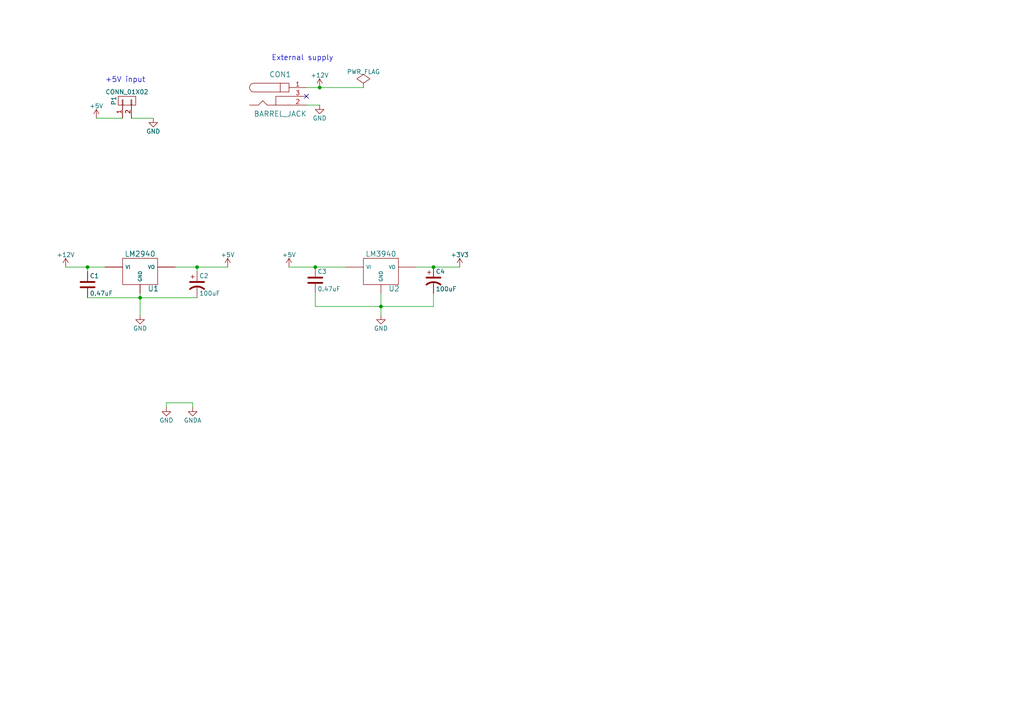
<source format=kicad_sch>
(kicad_sch (version 20230121) (generator eeschema)
  (paper "A4")
  (lib_symbols
    (symbol "i2cio-rescue:+12V" (power) (pin_names (offset 0))
      (property "Value" "+12V" (at 0 3.556 0))
      (symbol "+12V_0_1"
        (polyline (pts (xy -0.762 1.27) (xy 0 2.54)))
        (polyline (pts (xy 0 0) (xy 0 2.54)))
        (polyline (pts (xy 0 2.54) (xy 0.762 1.27)))
      )
      (symbol "+12V_1_1"
        (pin power_in line (at 0 0 90) (length 0) hide (name "+12V") (number "1"))
      )
    )
    (symbol "i2cio-rescue:+3.3V" (power) (pin_names (offset 0))
      (property "Value" "+3.3V" (at 0 3.556 0))
      (symbol "+3.3V_0_1"
        (polyline (pts (xy -0.762 1.27) (xy 0 2.54)))
        (polyline (pts (xy 0 0) (xy 0 2.54)))
        (polyline (pts (xy 0 2.54) (xy 0.762 1.27)))
      )
      (symbol "+3.3V_1_1"
        (pin power_in line (at 0 0 90) (length 0) hide (name "+3V3") (number "1"))
      )
    )
    (symbol "i2cio-rescue:+5V" (power) (pin_names (offset 0))
      (property "Value" "+5V" (at 0 3.556 0))
      (symbol "+5V_0_1"
        (polyline (pts (xy -0.762 1.27) (xy 0 2.54)))
        (polyline (pts (xy 0 0) (xy 0 2.54)))
        (polyline (pts (xy 0 2.54) (xy 0.762 1.27)))
      )
      (symbol "+5V_1_1"
        (pin power_in line (at 0 0 90) (length 0) hide (name "+5V") (number "1"))
      )
    )
    (symbol "i2cio-rescue:BARREL_JACK" (pin_names (offset 1.016))
      (property "Reference" "CON" (at 0 6.35 0))
      (property "Value" "BARREL_JACK" (at 0 -5.08 0))
      (symbol "BARREL_JACK_0_1"
        (arc (start -8.89 2.54) (mid -8.5271 1.6254) (end -7.62 1.27))
        (arc (start -7.62 3.81) (mid -8.5088 3.4366) (end -8.89 2.54))
        (polyline (pts (xy -7.62 1.27) (xy 0 1.27)))
        (polyline (pts (xy 0 3.81) (xy -7.62 3.81)))
        (polyline (pts (xy 2.54 0) (xy -1.27 0) (xy -1.27 -2.54)))
        (polyline (pts (xy 2.54 -2.54) (xy -3.81 -2.54) (xy -5.08 -1.27) (xy -6.35 -2.54) (xy -8.89 -2.54)))
        (rectangle (start 2.54 3.81) (end 0 1.27))
      )
      (symbol "BARREL_JACK_1_1"
        (pin passive line (at 7.62 2.54 180) (length 5.08) (name "~") (number "1"))
        (pin passive line (at 7.62 -2.54 180) (length 5.08) (name "~") (number "2"))
        (pin passive line (at 7.62 0 180) (length 5.08) (name "~") (number "3"))
      )
    )
    (symbol "i2cio-rescue:C" (pin_numbers hide) (pin_names (offset 0.254))
      (property "Reference" "C" (at 0.635 2.54 0))
      (property "Value" "C" (at 0.635 -2.54 0))
      (symbol "C_0_1"
        (polyline (pts (xy -2.032 -0.762) (xy 2.032 -0.762)) (stroke (width 0.508)))
        (polyline (pts (xy -2.032 0.762) (xy 2.032 0.762)) (stroke (width 0.508)))
      )
      (symbol "C_1_1"
        (pin passive line (at 0 3.81 270) (length 2.794) (name "~") (number "1"))
        (pin passive line (at 0 -3.81 90) (length 2.794) (name "~") (number "2"))
      )
    )
    (symbol "i2cio-rescue:CONN_01X02" (pin_names (offset 1.016) hide)
      (property "Reference" "P" (at 0 3.81 0))
      (property "Value" "CONN_01X02" (at 2.54 0 90))
      (symbol "CONN_01X02_0_1"
        (rectangle (start -1.27 -1.143) (end 0.254 -1.397))
        (rectangle (start -1.27 1.397) (end 0.254 1.143))
        (rectangle (start -1.27 2.54) (end 1.27 -2.54))
      )
      (symbol "CONN_01X02_1_1"
        (pin passive line (at -5.08 1.27 0) (length 3.81) (name "P1") (number "1"))
        (pin passive line (at -5.08 -1.27 0) (length 3.81) (name "P2") (number "2"))
      )
    )
    (symbol "i2cio-rescue:CP1" (pin_numbers hide) (pin_names (offset 0.254) hide)
      (property "Reference" "C" (at 0.635 2.54 0))
      (property "Value" "CP1" (at 0.635 -2.54 0))
      (symbol "CP1_0_1"
        (polyline (pts (xy -2.032 0.762) (xy 2.032 0.762)) (stroke (width 0.508)))
        (polyline (pts (xy -1.778 2.286) (xy -0.762 2.286)))
        (polyline (pts (xy -1.27 1.778) (xy -1.27 2.794)))
        (arc (start 2.032 -1.27) (mid 0 -0.5572) (end -2.032 -1.27) (stroke (width 0.508)))
      )
      (symbol "CP1_1_1"
        (pin passive line (at 0 3.81 270) (length 2.794) (name "~") (number "1"))
        (pin passive line (at 0 -3.81 90) (length 3.302) (name "~") (number "2"))
      )
    )
    (symbol "i2cio-rescue:GND" (power) (pin_names (offset 0))
      (property "Value" "GND" (at 0 -3.81 0))
      (symbol "GND_0_1"
        (polyline (pts (xy 0 0) (xy 0 -1.27) (xy 1.27 -1.27) (xy 0 -2.54) (xy -1.27 -1.27) (xy 0 -1.27)))
      )
      (symbol "GND_1_1"
        (pin power_in line (at 0 0 270) (length 0) hide (name "GND") (number "1"))
      )
    )
    (symbol "i2cio-rescue:GNDA" (power) (pin_names (offset 0))
      (property "Value" "GNDA" (at 0 -3.81 0))
      (symbol "GNDA_0_1"
        (polyline (pts (xy 0 0) (xy 0 -1.27) (xy 1.27 -1.27) (xy 0 -2.54) (xy -1.27 -1.27) (xy 0 -1.27)))
      )
      (symbol "GNDA_1_1"
        (pin power_in line (at 0 0 270) (length 0) hide (name "GNDA") (number "1"))
      )
    )
    (symbol "i2cio-rescue:LM2940" (pin_numbers hide) (pin_names (offset 0.762))
      (property "Reference" "U" (at 3.81 -4.9784 0))
      (property "Value" "LM2940" (at 0 5.08 0))
      (symbol "LM2940_0_1"
        (rectangle (start -5.08 -3.81) (end 5.08 3.81))
      )
      (symbol "LM2940_1_1"
        (pin input line (at -10.16 1.27 0) (length 5.08) (name "VI") (number "1"))
        (pin input line (at 0 -6.35 90) (length 2.54) (name "GND") (number "2"))
        (pin power_out line (at 10.16 1.27 180) (length 5.08) (name "VO") (number "3"))
      )
    )
    (symbol "i2cio-rescue:LM3940" (pin_numbers hide) (pin_names (offset 0.762))
      (property "Reference" "U" (at 3.81 -4.9784 0))
      (property "Value" "LM3940" (at 0 5.08 0))
      (symbol "LM3940_0_1"
        (rectangle (start -5.08 -3.81) (end 5.08 3.81))
      )
      (symbol "LM3940_1_1"
        (pin input line (at -10.16 1.27 0) (length 5.08) (name "VI") (number "1"))
        (pin input line (at 0 -6.35 90) (length 2.54) (name "GND") (number "2"))
        (pin power_out line (at 10.16 1.27 180) (length 5.08) (name "VO") (number "3"))
      )
    )
    (symbol "i2cio-rescue:PWR_FLAG" (power) (pin_numbers hide) (pin_names (offset 0) hide)
      (property "Value" "PWR_FLAG" (at 0 4.572 0))
      (symbol "PWR_FLAG_0_0"
        (pin power_out line (at 0 0 90) (length 0) (name "pwr") (number "1"))
      )
      (symbol "PWR_FLAG_0_1"
        (polyline (pts (xy 0 0) (xy 0 1.27) (xy -1.905 2.54) (xy 0 3.81) (xy 1.905 2.54) (xy 0 1.27)))
      )
    )
  )
  (junction (at 92.71 25.4))
  (junction (at 91.44 77.47))
  (junction (at 40.64 86.36))
  (junction (at 110.49 88.9))
  (junction (at 25.4 77.47))
  (junction (at 57.15 77.47))
  (junction (at 125.73 77.47))
  (no_connect (at 88.9 27.94))
  (wire (pts (xy 125.73 88.9) (xy 125.73 85.09)))
  (wire (pts (xy 110.49 88.9) (xy 125.73 88.9)))
  (wire (pts (xy 48.26 118.11) (xy 48.26 116.84)))
  (wire (pts (xy 110.49 88.9) (xy 110.49 91.44)))
  (wire (pts (xy 88.9 25.4) (xy 92.71 25.4)))
  (wire (pts (xy 57.15 78.74) (xy 57.15 77.47)))
  (wire (pts (xy 19.05 77.47) (xy 25.4 77.47)))
  (wire (pts (xy 25.4 86.36) (xy 40.64 86.36)))
  (wire (pts (xy 40.64 86.36) (xy 57.15 86.36)))
  (wire (pts (xy 91.44 88.9) (xy 110.49 88.9)))
  (wire (pts (xy 50.8 77.47) (xy 57.15 77.47)))
  (wire (pts (xy 38.1 34.29) (xy 44.45 34.29)))
  (wire (pts (xy 125.73 77.47) (xy 133.35 77.47)))
  (wire (pts (xy 57.15 77.47) (xy 66.04 77.47)))
  (wire (pts (xy 25.4 77.47) (xy 30.48 77.47)))
  (wire (pts (xy 120.65 77.47) (xy 125.73 77.47)))
  (wire (pts (xy 83.82 77.47) (xy 91.44 77.47)))
  (wire (pts (xy 48.26 116.84) (xy 55.88 116.84)))
  (wire (pts (xy 25.4 78.74) (xy 25.4 77.47)))
  (wire (pts (xy 91.44 85.09) (xy 91.44 88.9)))
  (wire (pts (xy 40.64 86.36) (xy 40.64 91.44)))
  (wire (pts (xy 88.9 30.48) (xy 92.71 30.48)))
  (wire (pts (xy 92.71 25.4) (xy 105.41 25.4)))
  (wire (pts (xy 110.49 85.09) (xy 110.49 88.9)))
  (wire (pts (xy 40.64 85.09) (xy 40.64 86.36)))
  (wire (pts (xy 35.56 34.29) (xy 27.94 34.29)))
  (wire (pts (xy 55.88 116.84) (xy 55.88 118.11)))
  (wire (pts (xy 91.44 77.47) (xy 100.33 77.47)))
  (text "+5V input" (at 30.48 24.13 0) (effects (font (size 1.524 1.524)) (justify left bottom)))
  (text "External supply\n" (at 78.74 17.78 0) (effects (font (size 1.524 1.524)) (justify left bottom)))
  (symbol (lib_id "i2cio-rescue:CONN_01X02") (at 36.83 29.21 90) (unit 1)
    (property "Reference" "P1" (at 33.02 29.21 0))
    (property "Value" "CONN_01X02" (at 36.83 26.67 90))
    (property "Footprint" "Pin_Headers:Pin_Header_Straight_1x02" (effects hide))
  )
  (symbol (lib_id "i2cio-rescue:BARREL_JACK") (at 81.28 27.94 0) (unit 1)
    (property "Reference" "CON1" (at 81.28 21.59 0) (effects (font (size 1.524 1.524))))
    (property "Value" "BARREL_JACK" (at 81.28 33.02 0) (effects (font (size 1.524 1.524))))
    (property "Footprint" "Connect:BARREL_JACK" (effects hide))
  )
  (symbol (lib_id "i2cio-rescue:+12V") (at 92.71 25.4 0) (unit 1)
    (property "Reference" "#PWR01" (effects hide))
    (property "Value" "+12V" (at 92.71 21.844 0))
  )
  (symbol (lib_id "i2cio-rescue:GND") (at 92.71 30.48 0) (unit 1)
    (property "Reference" "#PWR02" (effects hide))
    (property "Value" "GND" (at 92.71 34.29 0))
  )
  (symbol (lib_id "i2cio-rescue:GND") (at 44.45 34.29 0) (unit 1)
    (property "Reference" "#PWR03" (effects hide))
    (property "Value" "GND" (at 44.45 38.1 0))
  )
  (symbol (lib_id "i2cio-rescue:+5V") (at 27.94 34.29 0) (unit 1)
    (property "Reference" "#PWR04" (effects hide))
    (property "Value" "+5V" (at 27.94 30.734 0))
  )
  (symbol (lib_id "i2cio-rescue:LM3940") (at 110.49 78.74 0) (unit 1)
    (property "Reference" "U2" (at 114.3 83.7184 0) (effects (font (size 1.524 1.524))))
    (property "Value" "LM3940" (at 110.49 73.66 0) (effects (font (size 1.524 1.524))))
    (property "Footprint" "TO_SOT_Packages_SMD:SOT-223" (effects hide))
  )
  (symbol (lib_id "i2cio-rescue:GND") (at 110.49 91.44 0) (unit 1)
    (property "Reference" "#PWR05" (effects hide))
    (property "Value" "GND" (at 110.49 95.25 0))
  )
  (symbol (lib_id "i2cio-rescue:+5V") (at 83.82 77.47 0) (unit 1)
    (property "Reference" "#PWR06" (effects hide))
    (property "Value" "+5V" (at 83.82 73.914 0))
  )
  (symbol (lib_id "i2cio-rescue:C") (at 91.44 81.28 0) (unit 1)
    (property "Reference" "C3" (at 92.075 78.74 0) (effects (justify left)))
    (property "Value" "0.47uF" (at 92.075 83.82 0) (effects (justify left)))
    (property "Footprint" "amol_parts_footprints:0805_HandSoldering" (effects hide))
  )
  (symbol (lib_id "i2cio-rescue:CP1") (at 125.73 81.28 0) (unit 1)
    (property "Reference" "C4" (at 126.365 78.74 0) (effects (justify left)))
    (property "Value" "100uF" (at 126.365 83.82 0) (effects (justify left)))
    (property "Footprint" "amol_parts_footprints:Aluminum SMD Electrolytic Capacitor - Size C" (effects hide))
  )
  (symbol (lib_id "i2cio-rescue:+3.3V") (at 133.35 77.47 0) (unit 1)
    (property "Reference" "#PWR07" (effects hide))
    (property "Value" "+3.3V" (at 133.35 73.914 0))
  )
  (symbol (lib_id "i2cio-rescue:LM2940") (at 40.64 78.74 0) (unit 1)
    (property "Reference" "U1" (at 44.45 83.7184 0) (effects (font (size 1.524 1.524))))
    (property "Value" "LM2940" (at 40.64 73.66 0) (effects (font (size 1.524 1.524))))
    (property "Footprint" "TO_SOT_Packages_SMD:SOT-223" (effects hide))
  )
  (symbol (lib_id "i2cio-rescue:C") (at 25.4 82.55 0) (unit 1)
    (property "Reference" "C1" (at 26.035 80.01 0) (effects (justify left)))
    (property "Value" "0.47uF" (at 26.035 85.09 0) (effects (justify left)))
    (property "Footprint" "amol_parts_footprints:0805_HandSoldering" (effects hide))
  )
  (symbol (lib_id "i2cio-rescue:CP1") (at 57.15 82.55 0) (unit 1)
    (property "Reference" "C2" (at 57.785 80.01 0) (effects (justify left)))
    (property "Value" "100uF" (at 57.785 85.09 0) (effects (justify left)))
    (property "Footprint" "amol_parts_footprints:Aluminum SMD Electrolytic Capacitor - Size C" (effects hide))
  )
  (symbol (lib_id "i2cio-rescue:GND") (at 40.64 91.44 0) (unit 1)
    (property "Reference" "#PWR08" (effects hide))
    (property "Value" "GND" (at 40.64 95.25 0))
  )
  (symbol (lib_id "i2cio-rescue:+12V") (at 19.05 77.47 0) (unit 1)
    (property "Reference" "#PWR09" (effects hide))
    (property "Value" "+12V" (at 19.05 73.914 0))
  )
  (symbol (lib_id "i2cio-rescue:+5V") (at 66.04 77.47 0) (unit 1)
    (property "Reference" "#PWR010" (effects hide))
    (property "Value" "+5V" (at 66.04 73.914 0))
  )
  (symbol (lib_id "i2cio-rescue:PWR_FLAG") (at 105.41 25.4 0) (unit 1)
    (property "Reference" "#FLG011" (effects hide))
    (property "Value" "PWR_FLAG" (at 105.41 20.828 0))
  )
  (symbol (lib_id "i2cio-rescue:GND") (at 48.26 118.11 0) (unit 1)
    (property "Reference" "#PWR012" (effects hide))
    (property "Value" "GND" (at 48.26 121.92 0))
  )
  (symbol (lib_id "i2cio-rescue:GNDA") (at 55.88 118.11 0) (unit 1)
    (property "Reference" "#PWR013" (effects hide))
    (property "Value" "GNDA" (at 55.88 121.92 0))
  )
)
</source>
